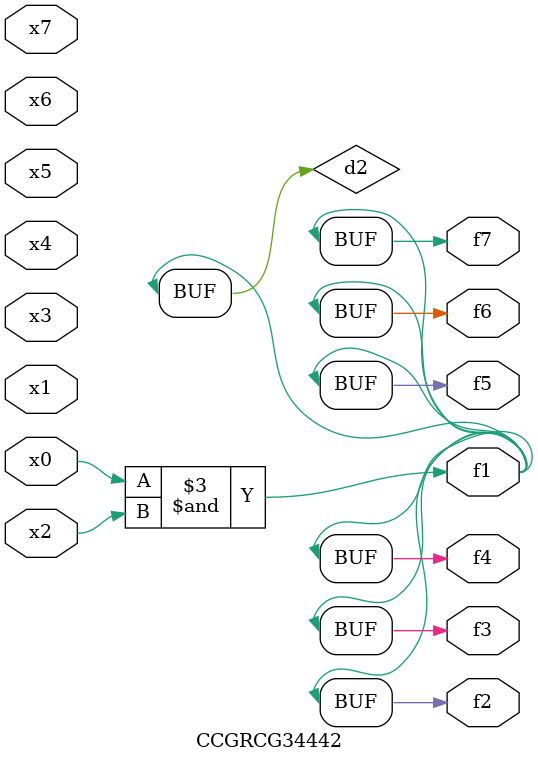
<source format=v>
module CCGRCG34442(
	input x0, x1, x2, x3, x4, x5, x6, x7,
	output f1, f2, f3, f4, f5, f6, f7
);

	wire d1, d2;

	nor (d1, x3, x6);
	and (d2, x0, x2);
	assign f1 = d2;
	assign f2 = d2;
	assign f3 = d2;
	assign f4 = d2;
	assign f5 = d2;
	assign f6 = d2;
	assign f7 = d2;
endmodule

</source>
